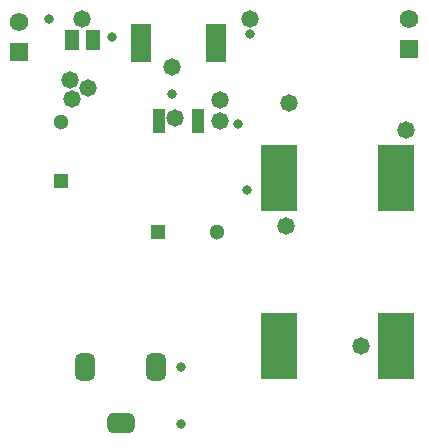
<source format=gts>
G04*
G04 #@! TF.GenerationSoftware,Altium Limited,Altium Designer,22.3.1 (43)*
G04*
G04 Layer_Color=8388736*
%FSLAX25Y25*%
%MOIN*%
G70*
G04*
G04 #@! TF.SameCoordinates,6ADC0360-3E08-4B8B-B3B3-E68A1261090F*
G04*
G04*
G04 #@! TF.FilePolarity,Negative*
G04*
G01*
G75*
%ADD17R,0.06772X0.12598*%
%ADD18R,0.04331X0.08071*%
%ADD20R,0.12217X0.22060*%
%ADD21R,0.04934X0.06509*%
%ADD22C,0.03300*%
%ADD23R,0.06181X0.06181*%
%ADD24C,0.06181*%
%ADD25C,0.05118*%
%ADD26R,0.05118X0.05118*%
G04:AMPARAMS|DCode=27|XSize=90.68mil|YSize=67.06mil|CornerRadius=18.76mil|HoleSize=0mil|Usage=FLASHONLY|Rotation=180.000|XOffset=0mil|YOffset=0mil|HoleType=Round|Shape=RoundedRectangle|*
%AMROUNDEDRECTD27*
21,1,0.09068,0.02953,0,0,180.0*
21,1,0.05315,0.06706,0,0,180.0*
1,1,0.03753,-0.02657,0.01476*
1,1,0.03753,0.02657,0.01476*
1,1,0.03753,0.02657,-0.01476*
1,1,0.03753,-0.02657,-0.01476*
%
%ADD27ROUNDEDRECTD27*%
G04:AMPARAMS|DCode=28|XSize=90.68mil|YSize=67.06mil|CornerRadius=18.76mil|HoleSize=0mil|Usage=FLASHONLY|Rotation=90.000|XOffset=0mil|YOffset=0mil|HoleType=Round|Shape=RoundedRectangle|*
%AMROUNDEDRECTD28*
21,1,0.09068,0.02953,0,0,90.0*
21,1,0.05315,0.06706,0,0,90.0*
1,1,0.03753,0.01476,0.02657*
1,1,0.03753,0.01476,-0.02657*
1,1,0.03753,-0.01476,-0.02657*
1,1,0.03753,-0.01476,0.02657*
%
%ADD28ROUNDEDRECTD28*%
%ADD29R,0.05118X0.05118*%
%ADD30C,0.05800*%
D17*
X-98618Y132000D02*
D03*
X-73382D02*
D03*
D18*
X-92496Y106000D02*
D03*
X-79504D02*
D03*
D20*
X-13512Y31000D02*
D03*
X-52488D02*
D03*
X-13512Y87000D02*
D03*
X-52488D02*
D03*
D21*
X-114358Y133000D02*
D03*
X-121642D02*
D03*
D22*
X-62000Y135000D02*
D03*
X-66000Y105000D02*
D03*
X-88000Y115000D02*
D03*
X-108000Y134000D02*
D03*
X-129000Y140000D02*
D03*
X-85000Y24000D02*
D03*
Y5000D02*
D03*
X-63000Y83000D02*
D03*
D23*
X-9000Y130000D02*
D03*
X-139000Y129000D02*
D03*
D24*
X-9000Y140000D02*
D03*
X-139000Y139000D02*
D03*
D25*
X-125000Y105843D02*
D03*
X-73157Y69000D02*
D03*
D26*
X-125000Y86157D02*
D03*
D27*
X-105220Y5496D02*
D03*
D28*
X-117031Y24000D02*
D03*
X-93409D02*
D03*
D29*
X-92843Y69000D02*
D03*
D30*
X-118000Y140000D02*
D03*
X-10000Y103000D02*
D03*
X-62000Y140000D02*
D03*
X-49000Y112000D02*
D03*
X-72000Y106000D02*
D03*
X-122021Y119919D02*
D03*
X-116000Y117000D02*
D03*
X-121500Y113501D02*
D03*
X-50000Y71000D02*
D03*
X-88000Y124000D02*
D03*
X-87000Y107000D02*
D03*
X-72000Y113000D02*
D03*
X-25000Y31000D02*
D03*
M02*

</source>
